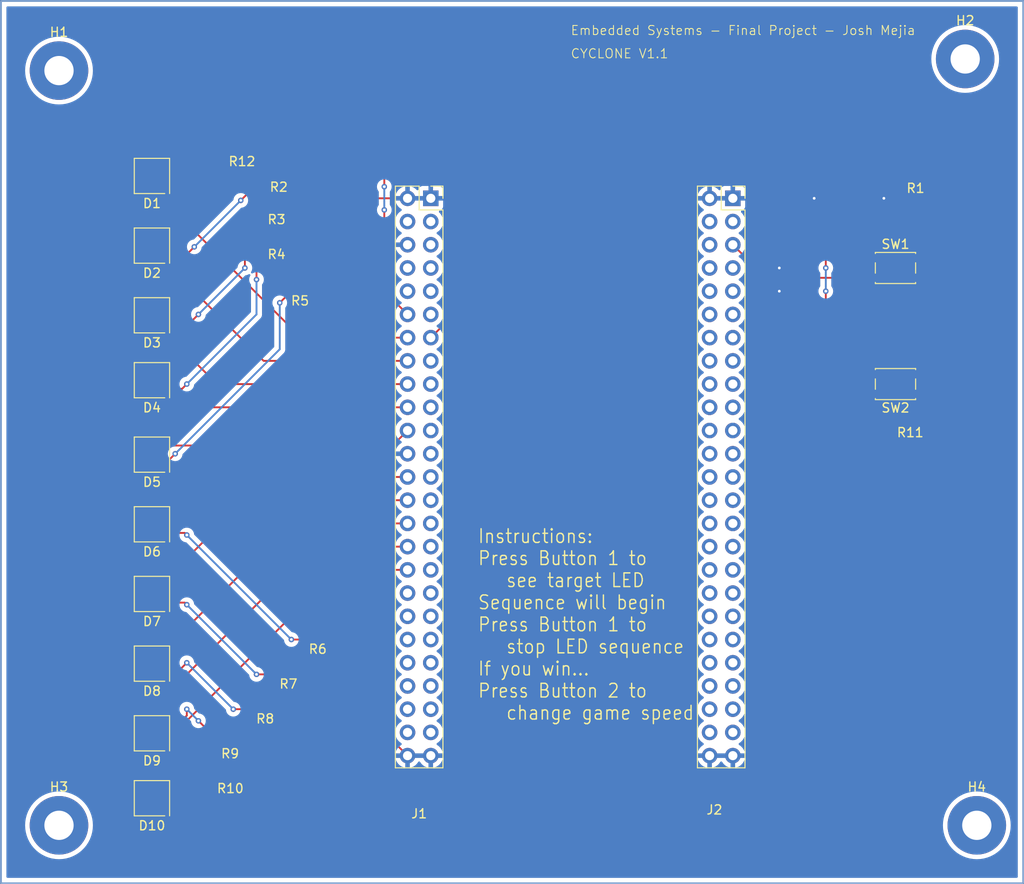
<source format=kicad_pcb>
(kicad_pcb (version 20221018) (generator pcbnew)
  (layers (0 "F.Cu" signal) (31 "B.Cu" signal) (34 "B.Paste" user) (35 "F.Paste" user) (36 "B.SilkS" user "B.Silkscreen") (37 "F.SilkS" user "F.Silkscreen") (38 "B.Mask" user) (39 "F.Mask" user) (44 "Edge.Cuts" user))
  (net 0 "")
  (net 1 "Net-(D1-K)")
  (net 2 "LD1")
  (net 3 "Net-(D2-K)")
  (net 4 "LD2")
  (net 5 "Net-(D3-K)")
  (net 6 "LD3")
  (net 7 "Net-(D4-K)")
  (net 8 "LD4")
  (net 9 "Net-(D5-K)")
  (net 10 "LD5")
  (net 11 "Net-(D6-K)")
  (net 12 "LD6")
  (net 13 "Net-(D7-K)")
  (net 14 "LD7")
  (net 15 "Net-(D8-K)")
  (net 16 "LD8")
  (net 17 "Net-(D9-K)")
  (net 18 "LD9")
  (net 19 "Net-(D10-K)")
  (net 20 "LD10")
  (net 21 "GND")
  (net 30 "B1")
  (net 31 "B2")
  (net 56 "+5V")
  (net 57 "+3V0")
  (footprint "LED_SMD:LED-L1T2_LUMILEDS" (layer "F.Cu") (at 101.6 119.9)
    (fp_text reference "D8" (at 0 2.58) (layer "F.SilkS"))
    (fp_text value "LED")
    (fp_line (start -1.93 -2.35) (end 1.93 -2.35) (stroke (width 0.12)) (layer "F.SilkS"))
    (fp_line (start -1.93 1.5) (end -1.93 -2.35) (stroke (width 0.12)) (layer "F.SilkS"))
    (fp_line (start 1.4 1.5) (end -1.93 1.5) (stroke (width 0.12)) (layer "F.SilkS"))
    (fp_line (start 1.93 -2.35) (end 1.93 1.5) (stroke (width 0.12)) (layer "F.SilkS"))
    (pad "1" smd rect (at 0.45 0.52) (size 0.55 0.38) (layers "F.Cu" "F.Paste" "F.Mask") (net 15 "Net-(D8-K)"))
    (pad "2" smd rect (at -0.45 0.52) (size 0.55 0.38) (layers "F.Cu" "F.Paste" "F.Mask") (net 16 "LD8"))
    (pad "3" smd rect (at 0 -0.52) (size 1.4 1.2) (layers "F.Cu" "F.Paste" "F.Mask"))
  )
  (footprint "Resistor_SMD:R_0201_0603Metric" (layer "F.Cu") (at 115.225 73.66 180)
    (fp_text reference "R4" (at 0 -1.05) (layer "F.SilkS"))
    (fp_text value "R_Small_US" hide)
    (pad "1" smd roundrect (at -0.32 0 180) (size 0.46 0.4) (layers "F.Cu" "F.Mask") (net 21 "GND"))
    (pad "2" smd roundrect (at 0.32 0 180) (size 0.46 0.4) (layers "F.Cu" "F.Mask") (net 7 "Net-(D4-K)"))
  )
  (footprint "LED_SMD:LED-L1T2_LUMILEDS" (layer "F.Cu") (at 101.6 134.62)
    (fp_text reference "D10" (at 0 2.58) (layer "F.SilkS"))
    (fp_text value "LED")
    (fp_line (start -1.93 -2.35) (end 1.93 -2.35) (stroke (width 0.12)) (layer "F.SilkS"))
    (fp_line (start -1.93 1.5) (end -1.93 -2.35) (stroke (width 0.12)) (layer "F.SilkS"))
    (fp_line (start 1.4 1.5) (end -1.93 1.5) (stroke (width 0.12)) (layer "F.SilkS"))
    (fp_line (start 1.93 -2.35) (end 1.93 1.5) (stroke (width 0.12)) (layer "F.SilkS"))
    (pad "1" smd rect (at 0.45 0.52) (size 0.55 0.38) (layers "F.Cu" "F.Paste" "F.Mask") (net 19 "Net-(D10-K)"))
    (pad "2" smd rect (at -0.45 0.52) (size 0.55 0.38) (layers "F.Cu" "F.Paste" "F.Mask") (net 20 "LD10"))
    (pad "3" smd rect (at 0 -0.52) (size 1.4 1.2) (layers "F.Cu" "F.Paste" "F.Mask"))
  )
  (footprint "Button_Switch_SMD:SW_SPST_PTS810" (layer "F.Cu") (at 182.88 76.2)
    (fp_text reference "SW1" (at 0 -2.6) (layer "F.SilkS"))
    (fp_text value "SW_Push_Open")
    (fp_line (start -2.2 -1.7) (end -2.2 -1.58) (stroke (width 0.12)) (layer "F.SilkS"))
    (fp_line (start -2.2 -0.57) (end -2.2 0.57) (stroke (width 0.12)) (layer "F.SilkS"))
    (fp_line (start -2.2 1.58) (end -2.2 1.7) (stroke (width 0.12)) (layer "F.SilkS"))
    (fp_line (start -2.2 1.7) (end 2.2 1.7) (stroke (width 0.12)) (layer "F.SilkS"))
    (fp_line (start 2.2 -1.7) (end -2.2 -1.7) (stroke (width 0.12)) (layer "F.SilkS"))
    (fp_line (start 2.2 -1.58) (end 2.2 -1.7) (stroke (width 0.12)) (layer "F.SilkS"))
    (fp_line (start 2.2 0.57) (end 2.2 -0.57) (stroke (width 0.12)) (layer "F.SilkS"))
    (fp_line (start 2.2 1.7) (end 2.2 1.58) (stroke (width 0.12)) (layer "F.SilkS"))
    (pad "1" smd rect (at -2.075 -1.075) (size 1.05 0.65) (layers "F.Cu" "F.Paste" "F.Mask") (net 30 "B1"))
    (pad "1" smd rect (at 2.075 -1.075) (size 1.05 0.65) (layers "F.Cu" "F.Paste" "F.Mask") (net 30 "B1"))
    (pad "2" smd rect (at -2.075 1.075) (size 1.05 0.65) (layers "F.Cu" "F.Paste" "F.Mask") (net 57 "+3V0"))
    (pad "2" smd rect (at 2.075 1.075) (size 1.05 0.65) (layers "F.Cu" "F.Paste" "F.Mask") (net 57 "+3V0"))
  )
  (footprint "Resistor_SMD:R_0201_0603Metric" (layer "F.Cu") (at 110.17 132.08 180)
    (fp_text reference "R10" (at 0 -1.05) (layer "F.SilkS"))
    (fp_text value "R_Small_US" hide)
    (pad "1" smd roundrect (at -0.32 0 180) (size 0.46 0.4) (layers "F.Cu" "F.Mask") (net 21 "GND"))
    (pad "2" smd roundrect (at 0.32 0 180) (size 0.46 0.4) (layers "F.Cu" "F.Mask") (net 19 "Net-(D10-K)"))
  )
  (footprint "MountingHole:MountingHole_3.2mm_M3_Pad" (layer "F.Cu") (at 190.5 53.34)
    (fp_text reference "H2" (at 0 -4.2) (layer "F.SilkS"))
    (fp_text value "MountingHole")
    (pad "1" thru_hole circle (at 0 0) (size 6.4 6.4) (drill 3.2) (layers "*.Cu" "*.Mask"))
  )
  (footprint "Resistor_SMD:R_0201_0603Metric" (layer "F.Cu") (at 184.495 95.25)
    (fp_text reference "R11" (at 0 -1.05) (layer "F.SilkS"))
    (fp_text value "R_Small_US" hide)
    (pad "1" smd roundrect (at -0.32 0) (size 0.46 0.4) (layers "F.Cu" "F.Mask") (net 21 "GND"))
    (pad "2" smd roundrect (at 0.32 0) (size 0.46 0.4) (layers "F.Cu" "F.Mask") (net 31 "B2"))
  )
  (footprint "Resistor_SMD:R_0201_0603Metric" (layer "F.Cu") (at 113.98 124.46 180)
    (fp_text reference "R8" (at 0 -1.05) (layer "F.SilkS"))
    (fp_text value "R_Small_US" hide)
    (pad "1" smd roundrect (at -0.32 0 180) (size 0.46 0.4) (layers "F.Cu" "F.Mask") (net 21 "GND"))
    (pad "2" smd roundrect (at 0.32 0 180) (size 0.46 0.4) (layers "F.Cu" "F.Mask") (net 15 "Net-(D8-K)"))
  )
  (footprint "LED_SMD:LED-L1T2_LUMILEDS" (layer "F.Cu") (at 101.6 112.28)
    (fp_text reference "D7" (at 0 2.58) (layer "F.SilkS"))
    (fp_text value "LED")
    (fp_line (start -1.93 -2.35) (end 1.93 -2.35) (stroke (width 0.12)) (layer "F.SilkS"))
    (fp_line (start -1.93 1.5) (end -1.93 -2.35) (stroke (width 0.12)) (layer "F.SilkS"))
    (fp_line (start 1.4 1.5) (end -1.93 1.5) (stroke (width 0.12)) (layer "F.SilkS"))
    (fp_line (start 1.93 -2.35) (end 1.93 1.5) (stroke (width 0.12)) (layer "F.SilkS"))
    (pad "1" smd rect (at 0.45 0.52) (size 0.55 0.38) (layers "F.Cu" "F.Paste" "F.Mask") (net 13 "Net-(D7-K)"))
    (pad "2" smd rect (at -0.45 0.52) (size 0.55 0.38) (layers "F.Cu" "F.Paste" "F.Mask") (net 14 "LD7"))
    (pad "3" smd rect (at 0 -0.52) (size 1.4 1.2) (layers "F.Cu" "F.Paste" "F.Mask"))
  )
  (footprint "Resistor_SMD:R_0201_0603Metric" (layer "F.Cu") (at 119.725 116.84 180)
    (fp_text reference "R6" (at 0 -1.05) (layer "F.SilkS"))
    (fp_text value "R_Small_US" hide)
    (pad "1" smd roundrect (at -0.32 0 180) (size 0.46 0.4) (layers "F.Cu" "F.Mask") (net 21 "GND"))
    (pad "2" smd roundrect (at 0.32 0 180) (size 0.46 0.4) (layers "F.Cu" "F.Mask") (net 11 "Net-(D6-K)"))
  )
  (footprint "Resistor_SMD:R_0201_0603Metric" (layer "F.Cu") (at 111.44 63.5 180)
    (fp_text reference "R12" (at 0 -1.05) (layer "F.SilkS"))
    (fp_text value "R_Small_US" hide)
    (pad "1" smd roundrect (at -0.32 0 180) (size 0.46 0.4) (layers "F.Cu" "F.Mask") (net 21 "GND"))
    (pad "2" smd roundrect (at 0.32 0 180) (size 0.46 0.4) (layers "F.Cu" "F.Mask") (net 1 "Net-(D1-K)"))
  )
  (footprint "Connector_PinSocket_2.54mm:PinSocket_2x25_P2.54mm_Vertical" (layer "F.Cu") (at 132.08 68.58)
    (fp_text reference "J1" (at -1.27 67.31) (layer "F.SilkS"))
    (fp_text value "Discovery Board Conn 1")
    (fp_line (start -3.87 -1.33) (end -3.87 62.29) (stroke (width 0.12)) (layer "F.SilkS"))
    (fp_line (start -3.87 -1.33) (end -1.27 -1.33) (stroke (width 0.12)) (layer "F.SilkS"))
    (fp_line (start -3.87 62.29) (end 1.33 62.29) (stroke (width 0.12)) (layer "F.SilkS"))
    (fp_line (start -1.27 -1.33) (end -1.27 1.27) (stroke (width 0.12)) (layer "F.SilkS"))
    (fp_line (start -1.27 1.27) (end 1.33 1.27) (stroke (width 0.12)) (layer "F.SilkS"))
    (fp_line (start 0 -1.33) (end 1.33 -1.33) (stroke (width 0.12)) (layer "F.SilkS"))
    (fp_line (start 1.33 -1.33) (end 1.33 0) (stroke (width 0.12)) (layer "F.SilkS"))
    (fp_line (start 1.33 1.27) (end 1.33 62.29) (stroke (width 0.12)) (layer "F.SilkS"))
    (pad "1" thru_hole rect (at 0 0) (size 1.7 1.7) (drill 1) (layers "*.Cu" "*.Mask") (net 21 "GND"))
    (pad "2" thru_hole oval (at -2.54 0) (size 1.7 1.7) (drill 1) (layers "*.Cu" "*.Mask") (net 21 "GND"))
    (pad "3" thru_hole oval (at 0 2.54) (size 1.7 1.7) (drill 1) (layers "*.Cu" "*.Mask"))
    (pad "4" thru_hole oval (at -2.54 2.54) (size 1.7 1.7) (drill 1) (layers "*.Cu" "*.Mask"))
    (pad "5" thru_hole oval (at 0 5.08) (size 1.7 1.7) (drill 1) (layers "*.Cu" "*.Mask"))
    (pad "6" thru_hole oval (at -2.54 5.08) (size 1.7 1.7) (drill 1) (layers "*.Cu" "*.Mask") (net 21 "GND"))
    (pad "7" thru_hole oval (at 0 7.62) (size 1.7 1.7) (drill 1) (layers "*.Cu" "*.Mask"))
    (pad "8" thru_hole oval (at -2.54 7.62) (size 1.7 1.7) (drill 1) (layers "*.Cu" "*.Mask"))
    (pad "9" thru_hole oval (at 0 10.16) (size 1.7 1.7) (drill 1) (layers "*.Cu" "*.Mask"))
    (pad "10" thru_hole oval (at -2.54 10.16) (size 1.7 1.7) (drill 1) (layers "*.Cu" "*.Mask"))
    (pad "11" thru_hole oval (at 0 12.7) (size 1.7 1.7) (drill 1) (layers "*.Cu" "*.Mask"))
    (pad "12" thru_hole oval (at -2.54 12.7) (size 1.7 1.7) (drill 1) (layers "*.Cu" "*.Mask") (net 30 "B1"))
    (pad "13" thru_hole oval (at 0 15.24) (size 1.7 1.7) (drill 1) (layers "*.Cu" "*.Mask") (net 31 "B2"))
    (pad "14" thru_hole oval (at -2.54 15.24) (size 1.7 1.7) (drill 1) (layers "*.Cu" "*.Mask") (net 2 "LD1"))
    (pad "15" thru_hole oval (at 0 17.78) (size 1.7 1.7) (drill 1) (layers "*.Cu" "*.Mask"))
    (pad "16" thru_hole oval (at -2.54 17.78) (size 1.7 1.7) (drill 1) (layers "*.Cu" "*.Mask") (net 4 "LD2"))
    (pad "17" thru_hole oval (at 0 20.32) (size 1.7 1.7) (drill 1) (layers "*.Cu" "*.Mask"))
    (pad "18" thru_hole oval (at -2.54 20.32) (size 1.7 1.7) (drill 1) (layers "*.Cu" "*.Mask") (net 6 "LD3"))
    (pad "19" thru_hole oval (at 0 22.86) (size 1.7 1.7) (drill 1) (layers "*.Cu" "*.Mask"))
    (pad "20" thru_hole oval (at -2.54 22.86) (size 1.7 1.7) (drill 1) (layers "*.Cu" "*.Mask") (net 8 "LD4"))
    (pad "21" thru_hole oval (at 0 25.4) (size 1.7 1.7) (drill 1) (layers "*.Cu" "*.Mask"))
    (pad "22" thru_hole oval (at -2.54 25.4) (size 1.7 1.7) (drill 1) (layers "*.Cu" "*.Mask") (net 10 "LD5"))
    (pad "23" thru_hole oval (at 0 27.94) (size 1.7 1.7) (drill 1) (layers "*.Cu" "*.Mask"))
    (pad "24" thru_hole oval (at -2.54 27.94) (size 1.7 1.7) (drill 1) (layers "*.Cu" "*.Mask") (net 21 "GND"))
    (pad "25" thru_hole oval (at 0 30.48) (size 1.7 1.7) (drill 1) (layers "*.Cu" "*.Mask"))
    (pad "26" thru_hole oval (at -2.54 30.48) (size 1.7 1.7) (drill 1) (layers "*.Cu" "*.Mask") (net 12 "LD6"))
    (pad "27" thru_hole oval (at 0 33.02) (size 1.7 1.7) (drill 1) (layers "*.Cu" "*.Mask"))
    (pad "28" thru_hole oval (at -2.54 33.02) (size 1.7 1.7) (drill 1) (layers "*.Cu" "*.Mask") (net 14 "LD7"))
    (pad "29" thru_hole oval (at 0 35.56) (size 1.7 1.7) (drill 1) (layers "*.Cu" "*.Mask"))
    (pad "30" thru_hole oval (at -2.54 35.56) (size 1.7 1.7) (drill 1) (layers "*.Cu" "*.Mask") (net 16 "LD8"))
    (pad "31" thru_hole oval (at 0 38.1) (size 1.7 1.7) (drill 1) (layers "*.Cu" "*.Mask"))
    (pad "32" thru_hole oval (at -2.54 38.1) (size 1.7 1.7) (drill 1) (layers "*.Cu" "*.Mask") (net 18 "LD9"))
    (pad "33" thru_hole oval (at 0 40.64) (size 1.7 1.7) (drill 1) (layers "*.Cu" "*.Mask"))
    (pad "34" thru_hole oval (at -2.54 40.64) (size 1.7 1.7) (drill 1) (layers "*.Cu" "*.Mask") (net 20 "LD10"))
    (pad "35" thru_hole oval (at 0 43.18) (size 1.7 1.7) (drill 1) (layers "*.Cu" "*.Mask"))
    (pad "36" thru_hole oval (at -2.54 43.18) (size 1.7 1.7) (drill 1) (layers "*.Cu" "*.Mask"))
    (pad "37" thru_hole oval (at 0 45.72) (size 1.7 1.7) (drill 1) (layers "*.Cu" "*.Mask"))
    (pad "38" thru_hole oval (at -2.54 45.72) (size 1.7 1.7) (drill 1) (layers "*.Cu" "*.Mask"))
    (pad "39" thru_hole oval (at 0 48.26) (size 1.7 1.7) (drill 1) (layers "*.Cu" "*.Mask"))
    (pad "40" thru_hole oval (at -2.54 48.26) (size 1.7 1.7) (drill 1) (layers "*.Cu" "*.Mask"))
    (pad "41" thru_hole oval (at 0 50.8) (size 1.7 1.7) (drill 1) (layers "*.Cu" "*.Mask"))
    (pad "42" thru_hole oval (at -2.54 50.8) (size 1.7 1.7) (drill 1) (layers "*.Cu" "*.Mask"))
    (pad "43" thru_hole oval (at 0 53.34) (size 1.7 1.7) (drill 1) (layers "*.Cu" "*.Mask"))
    (pad "44" thru_hole oval (at -2.54 53.34) (size 1.7 1.7) (drill 1) (layers "*.Cu" "*.Mask"))
    (pad "45" thru_hole oval (at 0 55.88) (size 1.7 1.7) (drill 1) (layers "*.Cu" "*.Mask"))
    (pad "46" thru_hole oval (at -2.54 55.88) (size 1.7 1.7) (drill 1) (layers "*.Cu" "*.Mask"))
    (pad "47" thru_hole oval (at 0 58.42) (size 1.7 1.7) (drill 1) (layers "*.Cu" "*.Mask"))
    (pad "48" thru_hole oval (at -2.54 58.42) (size 1.7 1.7) (drill 1) (layers "*.Cu" "*.Mask"))
    (pad "49" thru_hole oval (at 0 60.96) (size 1.7 1.7) (drill 1) (layers "*.Cu" "*.Mask") (net 21 "GND"))
    (pad "50" thru_hole oval (at -2.54 60.96) (size 1.7 1.7) (drill 1) (layers "*.Cu" "*.Mask") (net 21 "GND"))
  )
  (footprint "Resistor_SMD:R_0201_0603Metric" (layer "F.Cu") (at 115.465 66.302765 180)
    (fp_text reference "R2" (at 0 -1.05) (layer "F.SilkS"))
    (fp_text value "R_Small_US" hide)
    (pad "1" smd roundrect (at -0.32 0 180) (size 0.46 0.4) (layers "F.Cu" "F.Mask") (net 21 "GND"))
    (pad "2" smd roundrect (at 0.32 0 180) (size 0.46 0.4) (layers "F.Cu" "F.Mask") (net 3 "Net-(D2-K)"))
  )
  (footprint "Button_Switch_SMD:SW_SPST_PTS810" (layer "F.Cu") (at 182.88 88.9 180)
    (fp_text reference "SW2" (at 0 -2.6) (layer "F.SilkS"))
    (fp_text value "SW_Push_Open")
    (fp_line (start -2.2 -1.7) (end -2.2 -1.58) (stroke (width 0.12)) (layer "F.SilkS"))
    (fp_line (start -2.2 -0.57) (end -2.2 0.57) (stroke (width 0.12)) (layer "F.SilkS"))
    (fp_line (start -2.2 1.58) (end -2.2 1.7) (stroke (width 0.12)) (layer "F.SilkS"))
    (fp_line (start -2.2 1.7) (end 2.2 1.7) (stroke (width 0.12)) (layer "F.SilkS"))
    (fp_line (start 2.2 -1.7) (end -2.2 -1.7) (stroke (width 0.12)) (layer "F.SilkS"))
    (fp_line (start 2.2 -1.58) (end 2.2 -1.7) (stroke (width 0.12)) (layer "F.SilkS"))
    (fp_line (start 2.2 0.57) (end 2.2 -0.57) (stroke (width 0.12)) (layer "F.SilkS"))
    (fp_line (start 2.2 1.7) (end 2.2 1.58) (stroke (width 0.12)) (layer "F.SilkS"))
    (pad "1" smd rect (at -2.075 -1.075 180) (size 1.05 0.65) (layers "F.Cu" "F.Paste" "F.Mask") (net 31 "B2"))
    (pad "1" smd rect (at 2.075 -1.075 180) (size 1.05 0.65) (layers "F.Cu" "F.Paste" "F.Mask") (net 31 "B2"))
    (pad "2" smd rect (at -2.075 1.075 180) (size 1.05 0.65) (layers "F.Cu" "F.Paste" "F.Mask") (net 57 "+3V0"))
    (pad "2" smd rect (at 2.075 1.075 180) (size 1.05 0.65) (layers "F.Cu" "F.Paste" "F.Mask") (net 57 "+3V0"))
  )
  (footprint "MountingHole:MountingHole_3.2mm_M3_Pad" (layer "F.Cu") (at 191.77 137.16)
    (fp_text reference "H4" (at 0 -4.2) (layer "F.SilkS"))
    (fp_text value "MountingHole")
    (pad "1" thru_hole circle (at 0 0) (size 6.4 6.4) (drill 3.2) (layers "*.Cu" "*.Mask"))
  )
  (footprint "LED_SMD:LED-L1T2_LUMILEDS" (layer "F.Cu") (at 101.6 74.18)
    (fp_text reference "D2" (at 0 2.58) (layer "F.SilkS"))
    (fp_text value "LED")
    (fp_line (start -1.93 -2.35) (end 1.93 -2.35) (stroke (width 0.12)) (layer "F.SilkS"))
    (fp_line (start -1.93 1.5) (end -1.93 -2.35) (stroke (width 0.12)) (layer "F.SilkS"))
    (fp_line (start 1.4 1.5) (end -1.93 1.5) (stroke (width 0.12)) (layer "F.SilkS"))
    (fp_line (start 1.93 -2.35) (end 1.93 1.5) (stroke (width 0.12)) (layer "F.SilkS"))
    (pad "1" smd rect (at 0.45 0.52) (size 0.55 0.38) (layers "F.Cu" "F.Paste" "F.Mask") (net 3 "Net-(D2-K)"))
    (pad "2" smd rect (at -0.45 0.52) (size 0.55 0.38) (layers "F.Cu" "F.Paste" "F.Mask") (net 4 "LD2"))
    (pad "3" smd rect (at 0 -0.52) (size 1.4 1.2) (layers "F.Cu" "F.Paste" "F.Mask"))
  )
  (footprint "Resistor_SMD:R_0201_0603Metric" (layer "F.Cu") (at 185.075 68.58)
    (fp_text reference "R1" (at 0 -1.1) (layer "F.SilkS"))
    (fp_text value "R_Small_US" hide)
    (pad "1" smd roundrect (at -0.32 0) (size 0.46 0.4) (layers "F.Cu" "F.Mask") (net 21 "GND"))
    (pad "2" smd roundrect (at 0.32 0) (size 0.46 0.4) (layers "F.Cu" "F.Mask") (net 30 "B1"))
  )
  (footprint "Resistor_SMD:R_0201_0603Metric" (layer "F.Cu") (at 115.225 69.85 180)
    (fp_text reference "R3" (at 0 -1.05) (layer "F.SilkS"))
    (fp_text value "R_Small_US" hide)
    (pad "1" smd roundrect (at -0.32 0 180) (size 0.46 0.4) (layers "F.Cu" "F.Mask") (net 21 "GND"))
    (pad "2" smd roundrect (at 0.32 0 180) (size 0.46 0.4) (layers "F.Cu" "F.Mask") (net 5 "Net-(D3-K)"))
  )
  (footprint "LED_SMD:LED-L1T2_LUMILEDS" (layer "F.Cu") (at 101.6 66.56)
    (fp_text reference "D1" (at 0 2.58) (layer "F.SilkS"))
    (fp_text value "LED")
    (fp_line (start -1.93 -2.35) (end 1.93 -2.35) (stroke (width 0.12)) (layer "F.SilkS"))
    (fp_line (start -1.93 1.5) (end -1.93 -2.35) (stroke (width 0.12)) (layer "F.SilkS"))
    (fp_line (start 1.4 1.5) (end -1.93 1.5) (stroke (width 0.12)) (layer "F.SilkS"))
    (fp_line (start 1.93 -2.35) (end 1.93 1.5) (stroke (width 0.12)) (layer "F.SilkS"))
    (pad "1" smd rect (at 0.45 0.52) (size 0.55 0.38) (layers "F.Cu" "F.Paste" "F.Mask") (net 1 "Net-(D1-K)"))
    (pad "2" smd rect (at -0.45 0.52) (size 0.55 0.38) (layers "F.Cu" "F.Paste" "F.Mask") (net 2 "LD1"))
    (pad "3" smd rect (at 0 -0.52) (size 1.4 1.2) (layers "F.Cu" "F.Paste" "F.Mask"))
  )
  (footprint "MountingHole:MountingHole_3.2mm_M3_Pad" (layer "F.Cu") (at 91.44 54.61)
    (fp_text reference "H1" (at 0 -4.2) (layer "F.SilkS"))
    (fp_text value "MountingHole")
    (pad "1" thru_hole circle (at 0 0) (size 6.4 6.4) (drill 3.2) (layers "*.Cu" "*.Mask"))
  )
  (footprint "LED_SMD:LED-L1T2_LUMILEDS" (layer "F.Cu") (at 101.6 127.52)
    (fp_text reference "D9" (at 0 2.58) (layer "F.SilkS"))
    (fp_text value "LED")
    (fp_line (start -1.93 -2.35) (end 1.93 -2.35) (stroke (width 0.12)) (layer "F.SilkS"))
    (fp_line (start -1.93 1.5) (end -1.93 -2.35) (stroke (width 0.12)) (layer "F.SilkS"))
    (fp_line (start 1.4 1.5) (end -1.93 1.5) (stroke (width 0.12)) (layer "F.SilkS"))
    (fp_line (start 1.93 -2.35) (end 1.93 1.5) (stroke (width 0.12)) (layer "F.SilkS"))
    (pad "1" smd rect (at 0.45 0.52) (size 0.55 0.38) (layers "F.Cu" "F.Paste" "F.Mask") (net 17 "Net-(D9-K)"))
    (pad "2" smd rect (at -0.45 0.52) (size 0.55 0.38) (layers "F.Cu" "F.Paste" "F.Mask") (net 18 "LD9"))
    (pad "3" smd rect (at 0 -0.52) (size 1.4 1.2) (layers "F.Cu" "F.Paste" "F.Mask"))
  )
  (footprint "LED_SMD:LED-L1T2_LUMILEDS" (layer "F.Cu") (at 101.6 104.66)
    (fp_text reference "D6" (at 0 2.58) (layer "F.SilkS"))
    (fp_text value "LED")
    (fp_line (start -1.93 -2.35) (end 1.93 -2.35) (stroke (width 0.12)) (layer "F.SilkS"))
    (fp_line (start -1.93 1.5) (end -1.93 -2.35) (stroke (width 0.12)) (layer "F.SilkS"))
    (fp_line (start 1.4 1.5) (end -1.93 1.5) (stroke (width 0.12)) (layer "F.SilkS"))
    (fp_line (start 1.93 -2.35) (end 1.93 1.5) (stroke (width 0.12)) (layer "F.SilkS"))
    (pad "1" smd rect (at 0.45 0.52) (size 0.55 0.38) (layers "F.Cu" "F.Paste" "F.Mask") (net 11 "Net-(D6-K)"))
    (pad "2" smd rect (at -0.45 0.52) (size 0.55 0.38) (layers "F.Cu" "F.Paste" "F.Mask") (net 12 "LD6"))
    (pad "3" smd rect (at 0 -0.52) (size 1.4 1.2) (layers "F.Cu" "F.Paste" "F.Mask"))
  )
  (footprint "Connector_PinSocket_2.54mm:PinSocket_2x25_P2.54mm_Vertical" (layer "F.Cu") (at 165.1 68.58)
    (fp_text reference "J2" (at -2.012225 66.884765) (layer "F.SilkS"))
    (fp_text value "Discovery Board Conn 2")
    (fp_line (start -3.87 -1.33) (end -3.87 62.29) (stroke (width 0.12)) (layer "F.SilkS"))
    (fp_line (start -3.87 -1.33) (end -1.27 -1.33) (stroke (width 0.12)) (layer "F.SilkS"))
    (fp_line (start -3.87 62.29) (end 1.33 62.29) (stroke (width 0.12)) (layer "F.SilkS"))
    (fp_line (start -1.27 -1.33) (end -1.27 1.27) (stroke (width 0.12)) (layer "F.SilkS"))
    (fp_line (start -1.27 1.27) (end 1.33 1.27) (stroke (width 0.12)) (layer "F.SilkS"))
    (fp_line (start 0 -1.33) (end 1.33 -1.33) (stroke (width 0.12)) (layer "F.SilkS"))
    (fp_line (start 1.33 -1.33) (end 1.33 0) (stroke (width 0.12)) (layer "F.SilkS"))
    (fp_line (start 1.33 1.27) (end 1.33 62.29) (stroke (width 0.12)) (layer "F.SilkS"))
    (pad "1" thru_hole rect (at 0 0) (size 1.7 1.7) (drill 1) (layers "*.Cu" "*.Mask") (net 21 "GND"))
    (pad "2" thru_hole oval (at -2.54 0) (size 1.7 1.7) (drill 1) (layers "*.Cu" "*.Mask") (net 21 "GND"))
    (pad "3" thru_hole oval (at 0 2.54) (size 1.7 1.7) (drill 1) (layers "*.Cu" "*.Mask") (net 56 "+5V"))
    (pad "4" thru_hole oval (at -2.54 2.54) (size 1.7 1.7) (drill 1) (layers "*.Cu" "*.Mask") (net 56 "+5V"))
    (pad "5" thru_hole oval (at 0 5.08) (size 1.7 1.7) (drill 1) (layers "*.Cu" "*.Mask") (net 57 "+3V0"))
    (pad "6" thru_hole oval (at -2.54 5.08) (size 1.7 1.7) (drill 1) (layers "*.Cu" "*.Mask") (net 57 "+3V0"))
    (pad "7" thru_hole oval (at 0 7.62) (size 1.7 1.7) (drill 1) (layers "*.Cu" "*.Mask"))
    (pad "8" thru_hole oval (at -2.54 7.62) (size 1.7 1.7) (drill 1) (layers "*.Cu" "*.Mask"))
    (pad "9" thru_hole oval (at 0 10.16) (size 1.7 1.7) (drill 1) (layers "*.Cu" "*.Mask"))
    (pad "10" thru_hole oval (at -2.54 10.16) (size 1.7 1.7) (drill 1) (layers "*.Cu" "*.Mask"))
    (pad "11" thru_hole oval (at 0 12.7) (size 1.7 1.7) (drill 1) (layers "*.Cu" "*.Mask"))
    (pad "12" thru_hole oval (at -2.54 12.7) (size 1.7 1.7) (drill 1) (layers "*.Cu" "*.Mask"))
    (pad "13" thru_hole oval (at 0 15.24) (size 1.7 1.7) (drill 1) (layers "*.Cu" "*.Mask"))
    (pad "14" thru_hole oval (at -2.54 15.24) (size 1.7 1.7) (drill 1) (layers "*.Cu" "*.Mask"))
    (pad "15" thru_hole oval (at 0 17.78) (size 1.7 1.7) (drill 1) (layers "*.Cu" "*.Mask"))
    (pad "16" thru_hole oval (at -2.54 17.78) (size 1.7 1.7) (drill 1) (layers "*.Cu" "*.Mask"))
    (pad "17" thru_hole oval (at 0 20.32) (size 1.7 1.7) (drill 1) (layers "*.Cu" "*.Mask"))
    (pad "18" thru_hole oval (at -2.54 20.32) (size 1.7 1.7) (drill 1) (layers "*.Cu" "*.Mask"))
    (pad "19" thru_hole oval (at 0 22.86) (size 1.7 1.7) (drill 1) (layers "*.Cu" "*.Mask"))
    (pad "20" thru_hole oval (at -2.54 22.86) (size 1.7 1.7) (drill 1) (layers "*.Cu" "*.Mask"))
    (pad "21" thru_hole oval (at 0 25.4) (size 1.7 1.7) (drill 1) (layers "*.Cu" "*.Mask"))
    (pad "22" thru_hole oval (at -2.54 25.4) (size 1.7 1.7) (drill 1) (layers "*.Cu" "*.Mask"))
    (pad "23" thru_hole oval (at 0 27.94) (size 1.7 1.7) (drill 1) (layers "*.Cu" "*.Mask"))
    (pad "24" thru_hole oval (at -2.54 27.94) (size 1.7 1.7) (drill 1) (layers "*.Cu" "*.Mask"))
    (pad "25" thru_hole oval (at 0 30.48) (size 1.7 1.7) (drill 1) (layers "*.Cu" "*.Mask"))
    (pad "26" thru_hole oval (at -2.54 30.48) (size 1.7 1.7) (drill 1) (layers "*.Cu" "*.Mask"))
    (pad "27" thru_hole oval (at 0 33.02) (size 1.7 1.7) (drill 1) (layers "*.Cu" "*.Mask"))
    (pad "28" thru_hole oval (at -2.54 33.02) (size 1.7 1.7) (drill 1) (layers "*.Cu" "*.Mask"))
    (pad "29" thru_hole oval (at 0 35.56) (size 1.7 1.7) (drill 1) (layers "*.Cu" "*.Mask"))
    (pad "30" thru_hole oval (at -2.54 35.56) (size 1.7 1.7) (drill 1) (layers "*.Cu" "*.Mask"))
    (pad "31" thru_hole oval (at 0 38.1) (size 1.7 1.7) (drill 1) (layers "*.Cu" "*.Mask"))
    (pad "32" thru_hole oval (at -2.54 38.1) (size 1.7 1.7) (drill 1) (layers "*.Cu" "*.Mask"))
    (pad "33" thru_hole oval (at 0 40.64) (size 1.7 1.7) (drill 1) (layers "*.Cu" "*.Mask"))
    (pad "34" thru_hole oval (at -2.54 40.64) (size 1.7 1.7) (drill 1) (layers "*.Cu" "*.Mask"))
    (pad "35" thru_hole oval (at 0 43.18) (size 1.7 1.7) (drill 1) (layers "*.Cu" "*.Mask"))
    (pad "36" thru_hole oval (at -2.54 43.18) (size 1.7 1.7) (drill 1) (layers "*.Cu" "*.Mask"))
    (pad "37" thru_hole oval (at 0 45.72) (size 1.7 1.7) (drill 1) (layers "*.Cu" "*.Mask"))
    (pad "38" thru_hole oval (at -2.54 45.72) (size 1.7 1.7) (drill 1) (layers "*.Cu" "*.Mask"))
    (pad "39" thru_hole oval (at 0 48.26) (size 1.7 1.7) (drill 1) (layers "*.Cu" "*.Mask"))
    (pad "40" thru_hole oval (at -2.54 48.26) (size 1.7 1.7) (drill 1) (layers "*.Cu" "*.Mask"))
    (pad "41" thru_hole oval (at 0 50.8) (size 1.7 1.7) (drill 1) (layers "*.Cu" "*.Mask"))
    (pad "42" thru_hole oval (at -2.54 50.8) (size 1.7 1.7) (drill 1) (layers "*.Cu" "*.Mask"))
    (pad "43" thru_hole oval (at 0 53.34) (size 1.7 1.7) (drill 1) (layers "*.Cu" "*.Mask"))
    (pad "44" thru_hole oval (at -2.54 53.34) (size 1.7 1.7) (drill 1) (layers "*.Cu" "*.Mask"))
    (pad "45" thru_hole oval (at 0 55.88) (size 1.7 1.7) (drill 1) (layers "*.Cu" "*.Mask"))
    (pad "46" thru_hole oval (at -2.54 55.88) (size 1.7 1.7) (drill 1) (layers "*.Cu" "*.Mask"))
    (pad "47" thru_hole oval (at 0 58.42) (size 1.7 1.7) (drill 1) (layers "*.Cu" "*.Mask"))
    (pad "48" thru_hole oval (at -2.54 58.42) (size 1.7 1.7) (drill 1) (layers "*.Cu" "*.Mask"))
    (pad "49" thru_hole oval (at 0 60.96) (size 1.7 1.7) (drill 1) (layers "*.Cu" "*.Mask") (net 21 "GND"))
    (pad "50" thru_hole oval (at -2.54 60.96) (size 1.7 1.7) (drill 1) (layers "*.Cu" "*.Mask") (net 21 "GND"))
  )
  (footprint "LED_SMD:LED-L1T2_LUMILEDS" (layer "F.Cu") (at 101.6 81.8)
    (fp_text reference "D3" (at 0 2.58) (layer "F.SilkS"))
    (fp_text value "LED")
    (fp_line (start -1.93 -2.35) (end 1.93 -2.35) (stroke (width 0.12)) (layer "F.SilkS"))
    (fp_line (start -1.93 1.5) (end -1.93 -2.35) (stroke (width 0.12)) (layer "F.SilkS"))
    (fp_line (start 1.4 1.5) (end -1.93 1.5) (stroke (width 0.12)) (layer "F.SilkS"))
    (fp_line (start 1.93 -2.35) (end 1.93 1.5) (stroke (width 0.12)) (layer "F.SilkS"))
    (pad "1" smd rect (at 0.45 0.52) (size 0.55 0.38) (layers "F.Cu" "F.Paste" "F.Mask") (net 5 "Net-(D3-K)"))
    (pad "2" smd rect (at -0.45 0.52) (size 0.55 0.38) (layers "F.Cu" "F.Paste" "F.Mask") (net 6 "LD3"))
    (pad "3" smd rect (at 0 -0.52) (size 1.4 1.2) (layers "F.Cu" "F.Paste" "F.Mask"))
  )
  (footprint "Resistor_SMD:R_0201_0603Metric" (layer "F.Cu") (at 116.52 120.65 180)
    (fp_text reference "R7" (at 0 -1.05) (layer "F.SilkS"))
    (fp_text value "R_Small_US" hide)
    (pad "1" smd roundrect (at -0.32 0 180) (size 0.46 0.4) (layers "F.Cu" "F.Mask") (net 21 "GND"))
    (pad "2" smd roundrect (at 0.32 0 180) (size 0.46 0.4) (layers "F.Cu" "F.Mask") (net 13 "Net-(D7-K)"))
  )
  (footprint "LED_SMD:LED-L1T2_LUMILEDS" (layer "F.Cu") (at 101.6 88.9)
    (fp_text reference "D4" (at 0 2.58) (layer "F.SilkS"))
    (fp_text value "LED")
    (fp_line (start -1.93 -2.35) (end 1.93 -2.35) (stroke (width 0.12)) (layer "F.SilkS"))
    (fp_line (start -1.93 1.5) (end -1.93 -2.35) (stroke (width 0.12)) (layer "F.SilkS"))
    (fp_line (start 1.4 1.5) (end -1.93 1.5) (stroke (width 0.12)) (layer "F.SilkS"))
    (fp_line (start 1.93 -2.35) (end 1.93 1.5) (stroke (width 0.12)) (layer "F.SilkS"))
    (pad "1" smd rect (at 0.45 0.52) (size 0.55 0.38) (layers "F.Cu" "F.Paste" "F.Mask") (net 7 "Net-(D4-K)"))
    (pad "2" smd rect (at -0.45 0.52) (size 0.55 0.38) (layers "F.Cu" "F.Paste" "F.Mask") (net 8 "LD4"))
    (pad "3" smd rect (at 0 -0.52) (size 1.4 1.2) (layers "F.Cu" "F.Paste" "F.Mask"))
  )
  (footprint "MountingHole:MountingHole_3.2mm_M3_Pad" (layer "F.Cu") (at 91.44 137.16)
    (fp_text reference "H3" (at 0 -4.2) (layer "F.SilkS"))
    (fp_text value "MountingHole")
    (pad "1" thru_hole circle (at 0 0) (size 6.4 6.4) (drill 3.2) (layers "*.Cu" "*.Mask"))
  )
  (footprint "LED_SMD:LED-L1T2_LUMILEDS" (layer "F.Cu") (at 101.6 97.04)
    (fp_text reference "D5" (at 0 2.58) (layer "F.SilkS"))
    (fp_text value "LED")
    (fp_line (start -1.93 -2.35) (end 1.93 -2.35) (stroke (width 0.12)) (layer "F.SilkS"))
    (fp_line (start -1.93 1.5) (end -1.93 -2.35) (stroke (width 0.12)) (layer "F.SilkS"))
    (fp_line (start 1.4 1.5) (end -1.93 1.5) (stroke (width 0.12)) (layer "F.SilkS"))
    (fp_line (start 1.93 -2.35) (end 1.93 1.5) (stroke (width 0.12)) (layer "F.SilkS"))
    (pad "1" smd rect (at 0.45 0.52) (size 0.55 0.38) (layers "F.Cu" "F.Paste" "F.Mask") (net 9 "Net-(D5-K)"))
    (pad "2" smd rect (at -0.45 0.52) (size 0.55 0.38) (layers "F.Cu" "F.Paste" "F.Mask") (net 10 "LD5"))
    (pad "3" smd rect (at 0 -0.52) (size 1.4 1.2) (layers "F.Cu" "F.Paste" "F.Mask"))
  )
  (footprint "Resistor_SMD:R_0201_0603Metric" (layer "F.Cu") (at 110.145 128.27 180)
    (fp_text reference "R9" (at 0 -1.05) (layer "F.SilkS"))
    (fp_text value "R_Small_US" hide)
    (pad "1" smd roundrect (at -0.32 0 180) (size 0.46 0.4) (layers "F.Cu" "F.Mask") (net 21 "GND"))
    (pad "2" smd roundrect (at 0.32 0 180) (size 0.46 0.4) (layers "F.Cu" "F.Mask") (net 17 "Net-(D9-K)"))
  )
  (footprint "Resistor_SMD:R_0201_0603Metric" (layer "F.Cu") (at 117.79 78.74 180)
    (fp_text reference "R5" (at 0 -1.05) (layer "F.SilkS"))
    (fp_text value "R_Small_US" hide)
    (pad "1" smd roundrect (at -0.32 0 180) (size 0.46 0.4) (layers "F.Cu" "F.Mask") (net 21 "GND"))
    (pad "2" smd roundrect (at 0.32 0 180) (size 0.46 0.4) (layers "F.Cu" "F.Mask") (net 9 "Net-(D5-K)"))
  )
  (gr_rect (start 85.09 46.99) (end 196.85 143.51) (stroke (width 0.2)) (fill none) (layer "B.Cu"))
  (gr_line (start 85.09 46.99) (end 196.85 46.99) (stroke (width 0.05)) (layer "Edge.Cuts"))
  (gr_line (start 196.85 143.51) (end 85.09 143.51) (stroke (width 0.05)) (layer "Edge.Cuts"))
  (gr_line (start 85.09 143.51) (end 85.09 46.99) (stroke (width 0.05)) (layer "Edge.Cuts"))
  (gr_line (start 196.85 46.99) (end 196.85 143.51) (stroke (width 0.05)) (layer "Edge.Cuts"))
  (gr_text "CYCLONE V1.1\n" (at 147.32 53.34) (layer "F.SilkS") (effects (font (size 1 1) (thickness 0.1)) (justify left bottom)))
  (gr_text "Instructions:\nPress Button 1 to \n   see target LED\nSequence will begin\nPress Button 1 to \n   stop LED sequence\nIf you win...\nPress Button 2 to \n   change game speed\n" (at 137.16 125.73) (layer "F.SilkS") (effects (font (size 1.5 1.35)) (justify left bottom)))
  (gr_text "Embedded Systems - Final Project - Josh Mejia\n" (at 147.32 50.8) (layer "F.SilkS") (effects (font (size 1 1) (thickness 0.1)) (justify left bottom)))
  (segment (start 107.95 63.5) (end 111.12 63.5) (width 0.2) (layer "F.Cu") (net 1))
  (segment (start 104.37 67.08) (end 107.95 63.5) (width 0.2) (layer "F.Cu") (net 1))
  (segment (start 102.05 67.08) (end 104.37 67.08) (width 0.2) (layer "F.Cu") (net 1))
  (segment (start 129.54 83.82) (end 117.89 83.82) (width 0.2) (layer "F.Cu") (net 2))
  (segment (start 117.89 83.82) (end 101.15 67.08) (width 0.2) (layer "F.Cu") (net 2))
  (segment (start 113.85 66.27) (end 115.112235 66.27) (width 0.2) (layer "F.Cu") (net 3))
  (segment (start 111.31 68.81) (end 113.85 66.27) (width 0.2) (layer "F.Cu") (net 3))
  (segment (start 105.19 74.93) (end 106.23 73.89) (width 0.2) (layer "F.Cu") (net 3))
  (segment (start 105.19 74.93) (end 102.87 74.93) (width 0.2) (layer "F.Cu") (net 3))
  (segment (start 102.64 74.7) (end 102.05 74.7) (width 0.2) (layer "F.Cu") (net 3))
  (segment (start 102.87 74.93) (end 102.64 74.7) (width 0.2) (layer "F.Cu") (net 3))
  (segment (start 115.112235 66.27) (end 115.145 66.302765) (width 0.2) (layer "F.Cu") (net 3))
  (via (at 106.23 73.89) (size 0.6) (drill 0.3) (layers "F.Cu" "B.Cu") (net 3))
  (via (at 111.31 68.81) (size 0.6) (drill 0.3) (layers "F.Cu" "B.Cu") (net 3))
  (segment (start 106.23 73.89) (end 111.31 68.81) (width 0.2) (layer "B.Cu") (net 3))
  (segment (start 129.54 86.36) (end 113.81 86.36) (width 0.2) (layer "F.Cu") (net 4))
  (segment (start 113.81 86.36) (end 103.65 76.2) (width 0.2) (layer "F.Cu") (net 4))
  (segment (start 103.65 76.2) (end 101.6 76.2) (width 0.2) (layer "F.Cu") (net 4))
  (segment (start 101.15 75.75) (end 101.15 74.7) (width 0.2) (layer "F.Cu") (net 4))
  (segment (start 101.6 76.2) (end 101.15 75.75) (width 0.2) (layer "F.Cu") (net 4))
  (segment (start 111.76 72.995) (end 114.905 69.85) (width 0.2) (layer "F.Cu") (net 5))
  (segment (start 105.64 82.32) (end 106.68 81.28) (width 0.2) (layer "F.Cu") (net 5))
  (segment (start 111.76 76.2) (end 111.76 72.995) (width 0.2) (layer "F.Cu") (net 5))
  (segment (start 102.05 82.32) (end 105.64 82.32) (width 0.2) (layer "F.Cu") (net 5))
  (via (at 111.76 76.2) (size 0.6) (drill 0.3) (layers "F.Cu" "B.Cu") (net 5))
  (via (at 106.68 81.28) (size 0.6) (drill 0.3) (layers "F.Cu" "B.Cu") (net 5))
  (segment (start 106.68 81.28) (end 111.76 76.2) (width 0.2) (layer "B.Cu") (net 5))
  (segment (start 129.54 88.9) (end 108.715 88.9) (width 0.2) (layer "F.Cu") (net 6))
  (segment (start 108.715 88.9) (end 102.625 82.81) (width 0.2) (layer "F.Cu") (net 6))
  (segment (start 101.15 82.71) (end 101.15 82.32) (width 0.2) (layer "F.Cu") (net 6))
  (segment (start 102.625 82.81) (end 101.25 82.81) (width 0.2) (layer "F.Cu") (net 6))
  (segment (start 101.25 82.81) (end 101.15 82.71) (width 0.2) (layer "F.Cu") (net 6))
  (segment (start 113.03 75.535) (end 113.03 77.47) (width 0.2) (layer "F.Cu") (net 7))
  (segment (start 104.89 89.42) (end 102.05 89.42) (width 0.2) (layer "F.Cu") (net 7))
  (segment (start 114.905 73.66) (end 113.03 75.535) (width 0.2) (layer "F.Cu") (net 7))
  (segment (start 105.41 88.9) (end 104.89 89.42) (width 0.2) (layer "F.Cu") (net 7))
  (via (at 113.03 77.47) (size 0.6) (drill 0.3) (layers "F.Cu" "B.Cu") (net 7))
  (via (at 105.41 88.9) (size 0.6) (drill 0.3) (layers "F.Cu" "B.Cu") (net 7))
  (segment (start 113.03 77.47) (end 113.03 81.28) (width 0.2) (layer "B.Cu") (net 7))
  (segment (start 113.03 81.28) (end 105.41 88.9) (width 0.2) (layer "B.Cu") (net 7))
  (segment (start 103.17 91.44) (end 101.15 89.42) (width 0.2) (layer "F.Cu") (net 8))
  (segment (start 129.54 91.44) (end 103.17 91.44) (width 0.2) (layer "F.Cu") (net 8))
  (segment (start 117.47 78.74) (end 116.84 78.74) (width 0.2) (layer "F.Cu") (net 9))
  (segment (start 104.14 96.52) (end 103.1 97.56) (width 0.2) (layer "F.Cu") (net 9))
  (segment (start 103.1 97.56) (end 102.05 97.56) (width 0.2) (layer "F.Cu") (net 9))
  (segment (start 116.84 78.74) (end 115.57 80.01) (width 0.2) (layer "F.Cu") (net 9))
  (via (at 115.57 80.01) (size 0.6) (drill 0.3) (layers "F.Cu" "B.Cu") (net 9))
  (via (at 104.14 96.52) (size 0.6) (drill 0.3) (layers "F.Cu" "B.Cu") (net 9))
  (segment (start 115.57 85.09) (end 104.14 96.52) (width 0.2) (layer "B.Cu") (net 9))
  (segment (start 115.57 80.01) (end 115.57 85.09) (width 0.2) (layer "B.Cu") (net 9))
  (segment (start 100.6 97.42) (end 100.74 97.56) (width 0.2) (layer "F.Cu") (net 10))
  (segment (start 127.9 95.62) (end 100.6 95.62) (width 0.2) (layer "F.Cu") (net 10))
  (segment (start 100.74 97.56) (end 101.15 97.56) (width 0.2) (layer "F.Cu") (net 10))
  (segment (start 129.54 93.98) (end 127.9 95.62) (width 0.2) (layer "F.Cu") (net 10))
  (segment (start 100.6 95.62) (end 100.6 97.42) (width 0.2) (layer "F.Cu") (net 10))
  (segment (start 105.18 105.18) (end 105.41 105.41) (width 0.2) (layer "F.Cu") (net 11))
  (segment (start 102.05 105.18) (end 105.18 105.18) (width 0.2) (layer "F.Cu") (net 11))
  (segment (start 116.84 116.84) (end 119.405 116.84) (width 0.2) (layer "F.Cu") (net 11))
  (via (at 116.84 116.84) (size 0.6) (drill 0.3) (layers "F.Cu" "B.Cu") (net 11))
  (via (at 105.41 105.41) (size 0.6) (drill 0.3) (layers "F.Cu" "B.Cu") (net 11))
  (segment (start 105.41 105.41) (end 116.84 116.84) (width 0.2) (layer "B.Cu") (net 11))
  (segment (start 100.675 105.18) (end 101.15 105.18) (width 0.2) (layer "F.Cu") (net 12))
  (segment (start 129.54 99.06) (end 109.22 99.06) (width 0.2) (layer "F.Cu") (net 12))
  (segment (start 105.41 102.87) (end 100.97 102.87) (width 0.2) (layer "F.Cu") (net 12))
  (segment (start 109.22 99.06) (end 105.41 102.87) (width 0.2) (layer "F.Cu") (net 12))
  (segment (start 100.33 103.51) (end 100.33 104.835) (width 0.2) (layer "F.Cu") (net 12))
  (segment (start 100.97 102.87) (end 100.33 103.51) (width 0.2) (layer "F.Cu") (net 12))
  (segment (start 100.33 104.835) (end 100.675 105.18) (width 0.2) (layer "F.Cu") (net 12))
  (segment (start 105.18 112.8) (end 105.41 113.03) (width 0.2) (layer "F.Cu") (net 13))
  (segment (start 102.05 112.8) (end 105.18 112.8) (width 0.2) (layer "F.Cu") (net 13))
  (segment (start 113.03 120.65) (end 116.2 120.65) (width 0.2) (layer "F.Cu") (net 13))
  (via (at 113.03 120.65) (size 0.6) (drill 0.3) (layers "F.Cu" "B.Cu") (net 13))
  (via (at 105.41 113.03) (size 0.6) (drill 0.3) (layers "F.Cu" "B.Cu") (net 13))
  (segment (start 105.41 113.03) (end 113.03 120.65) (width 0.2) (layer "B.Cu") (net 13))
  (segment (start 100.6 112.66) (end 100.74 112.8) (width 0.2) (layer "F.Cu") (net 14))
  (segment (start 100.74 112.8) (end 101.15 112.8) (width 0.2) (layer "F.Cu") (net 14))
  (segment (start 100.6 110.86) (end 100.6 112.66) (width 0.2) (layer "F.Cu") (net 14))
  (segment (start 102.5 110.86) (end 100.6 110.86) (width 0.2) (layer "F.Cu") (net 14))
  (segment (start 129.54 101.6) (end 111.76 101.6) (width 0.2) (layer "F.Cu") (net 14))
  (segment (start 111.76 101.6) (end 102.5 110.86) (width 0.2) (layer "F.Cu") (net 14))
  (segment (start 110.49 124.46) (end 113.66 124.46) (width 0.2) (layer "F.Cu") (net 15))
  (segment (start 102.05 120.42) (end 104.37 120.42) (width 0.2) (layer "F.Cu") (net 15))
  (segment (start 104.37 120.42) (end 105.41 119.38) (width 0.2) (layer "F.Cu") (net 15))
  (via (at 105.41 119.38) (size 0.6) (drill 0.3) (layers "F.Cu" "B.Cu") (net 15))
  (via (at 110.49 124.46) (size 0.6) (drill 0.3) (layers "F.Cu" "B.Cu") (net 15))
  (segment (start 105.41 119.38) (end 110.49 124.46) (width 0.2) (layer "B.Cu") (net 15))
  (segment (start 100.33 120.075) (end 100.675 120.42) (width 0.2) (layer "F.Cu") (net 16))
  (segment (start 104.14 116.84) (end 102.24 116.84) (width 0.2) (layer "F.Cu") (net 16))
  (segment (start 102.24 116.84) (end 100.33 118.75) (width 0.2) (layer "F.Cu") (net 16))
  (segment (start 100.33 118.75) (end 100.33 120.075) (width 0.2) (layer "F.Cu") (net 16))
  (segment (start 116.84 104.14) (end 104.14 116.84) (width 0.2) (layer "F.Cu") (net 16))
  (segment (start 129.54 104.14) (end 116.84 104.14) (width 0.2) (layer "F.Cu") (net 16))
  (segment (start 100.675 120.42) (end 101.15 120.42) (width 0.2) (layer "F.Cu") (net 16))
  (segment (start 102.05 128.04) (end 102.525 128.04) (width 0.2) (layer "F.Cu") (net 17))
  (segment (start 106.68 125.73) (end 109.22 128.27) (width 0.2) (layer "F.Cu") (net 17))
  (segment (start 109.22 128.27) (end 109.825 128.27) (width 0.2) (layer "F.Cu") (net 17))
  (segment (start 105.41 125.155) (end 105.41 124.46) (width 0.2) (layer "F.Cu") (net 17))
  (segment (start 102.525 128.04) (end 105.41 125.155) (width 0.2) (layer "F.Cu") (net 17))
  (via (at 106.68 125.73) (size 0.6) (drill 0.3) (layers "F.Cu" "B.Cu") (net 17))
  (via (at 105.41 124.46) (size 0.6) (drill 0.3) (layers "F.Cu" "B.Cu") (net 17))
  (segment (start 105.41 124.46) (end 106.68 125.73) (width 0.2) (layer "B.Cu") (net 17))
  (segment (start 119.38 106.68) (end 100.6 125.46) (width 0.2) (layer "F.Cu") (net 18))
  (segment (start 100.6 127.965) (end 100.675 128.04) (width 0.2) (layer "F.Cu") (net 18))
  (segment (start 129.54 106.68) (end 119.38 106.68) (width 0.2) (layer "F.Cu") (net 18))
  (segment (start 100.6 125.46) (end 100.6 127.965) (width 0.2) (layer "F.Cu") (net 18))
  (segment (start 100.675 128.04) (end 101.15 128.04) (width 0.2) (layer "F.Cu") (net 18))
  (segment (start 105.41 132.08) (end 109.85 132.08) (width 0.2) (layer "F.Cu") (net 19))
  (segment (start 105.41 133.35) (end 105.41 132.08) (width 0.2) (layer "F.Cu") (net 19))
  (segment (start 103.62 135.14) (end 105.41 133.35) (width 0.2) (layer "F.Cu") (net 19))
  (segment (start 102.05 135.14) (end 103.62 135.14) (width 0.2) (layer "F.Cu") (net 19))
  (segment (start 100.6 130.54) (end 100.6 135.065) (width 0.2) (layer "F.Cu") (net 20))
  (segment (start 100.675 135.14) (end 101.15 135.14) (width 0.2) (layer "F.Cu") (net 20))
  (segment (start 121.92 109.22) (end 100.6 130.54) (width 0.2) (layer "F.Cu") (net 20))
  (segment (start 100.6 135.065) (end 100.675 135.14) (width 0.2) (layer "F.Cu") (net 20))
  (segment (start 129.54 109.22) (end 121.92 109.22) (width 0.2) (layer "F.Cu") (net 20))
  (segment (start 111.76 63.5) (end 121.92 63.5) (width 0.2) (layer "F.Cu") (net 21))
  (segment (start 121.92 78.74) (end 124.46 76.2) (width 0.2) (layer "F.Cu") (net 21))
  (segment (start 116.84 120.65) (end 124.46 128.27) (width 0.2) (layer "F.Cu") (net 21))
  (segment (start 124.46 66.04) (end 124.46 68.58) (width 0.2) (layer "F.Cu") (net 21))
  (segment (start 118.11 78.74) (end 121.92 78.74) (width 0.2) (layer "F.Cu") (net 21))
  (segment (start 124.46 74.93) (end 124.46 71.12) (width 0.2) (layer "F.Cu") (net 21))
  (segment (start 120.65 130.81) (end 121.92 130.81) (width 0.2) (layer "F.Cu") (net 21))
  (segment (start 124.46 121.255) (end 124.46 128.27) (width 0.2) (layer "F.Cu") (net 21))
  (segment (start 110.49 132.08) (end 123.19 132.08) (width 0.2) (layer "F.Cu") (net 21))
  (segment (start 110.465 128.27) (end 113.03 128.27) (width 0.2) (layer "F.Cu") (net 21))
  (segment (start 184.755 68.58) (end 181.61 68.58) (width 0.2) (layer "F.Cu") (net 21))
  (segment (start 114.3 124.46) (end 118.11 128.27) (width 0.2) (layer "F.Cu") (net 21))
  (segment (start 115.545 73.66) (end 121.92 73.66) (width 0.2) (layer "F.Cu") (net 21))
  (segment (start 123.19 69.85) (end 124.46 68.58) (width 0.2) (layer "F.Cu") (net 21))
  (segment (start 123.19 132.08) (end 124.46 130.81) (width 0.2) (layer "F.Cu") (net 21))
  (segment (start 122.182765 66.302765) (end 124.46 68.58) (width 0.2) (layer "F.Cu") (net 21))
  (segment (start 113.03 128.27) (end 115.57 130.81) (width 0.2) (layer "F.Cu") (net 21))
  (segment (start 120.045 116.84) (end 124.46 121.255) (width 0.2) (layer "F.Cu") (net 21))
  (segment (start 115.545 69.85) (end 123.19 69.85) (width 0.2) (layer "F.Cu") (net 21))
  (segment (start 173.99 68.58) (end 170.18 68.58) (width 0.2) (layer "F.Cu") (net 21))
  (segment (start 184.175 95.25) (end 170.18 81.255) (width 0.2) (layer "F.Cu") (net 21))
  (segment (start 124.46 128.27) (end 128.27 128.27) (width 0.2) (layer "F.Cu") (net 21))
  (segment (start 170.18 68.58) (end 165.1 68.58) (width 0.2) (layer "F.Cu") (net 21))
  (segment (start 121.92 130.81) (end 124.46 128.27) (width 0.2) (layer "F.Cu") (net 21))
  (segment (start 124.46 71.12) (end 124.46 68.58) (width 0.2) (layer "F.Cu") (net 21))
  (segment (start 121.92 73.66) (end 124.46 71.12) (width 0.2) (layer "F.Cu") (net 21))
  (segment (start 170.18 76.2) (end 170.18 68.58) (width 0.2) (layer "F.Cu") (net 21))
  (segment (start 170.18 81.255) (end 170.18 78.74) (width 0.2) (layer "F.Cu") (net 21))
  (segment (start 128.27 128.27) (end 129.54 129.54) (width 0.2) (layer "F.Cu") (net 21))
  (segment (start 118.11 128.27) (end 124.46 128.27) (width 0.2) (layer "F.Cu") (net 21))
  (segment (start 115.57 130.81) (end 120.65 130.81) (width 0.2) (layer "F.Cu") (net 21))
  (segment (start 124.46 68.58) (end 129.54 68.58) (width 0.2) (layer "F.Cu") (net 21))
  (segment (start 124.46 76.2) (end 124.46 74.93) (width 0.2) (layer "F.Cu") (net 21))
  (segment (start 124.46 130.81) (end 124.46 128.27) (width 0.2) (layer "F.Cu") (net 21))
  (segment (start 121.92 63.5) (end 124.46 66.04) (width 0.2) (layer "F.Cu") (net 21))
  (segment (start 115.785 66.302765) (end 122.182765 66.302765) (width 0.2) (layer "F.Cu") (net 21))
  (via (at 170.18 76.2) (size 0.6) (drill 0.3) (layers "F.Cu" "B.Cu") (net 21))
  (via (at 170.18 78.74) (size 0.6) (drill 0.3) (layers "F.Cu" "B.Cu") (net 21))
  (via (at 173.99 68.58) (size 0.6) (drill 0.3) (layers "F.Cu" "B.Cu") (net 21))
  (via (at 181.61 68.58) (size 0.6) (drill 0.3) (layers "F.Cu" "B.Cu") (net 21))
  (segment (start 181.61 68.58) (end 173.99 68.58) (width 0.2) (layer "B.Cu") (net 21))
  (segment (start 170.18 78.74) (end 170.18 76.2) (width 0.2) (layer "B.Cu") (net 21))
  (segment (start 132.08 58.42) (end 172.72 58.42) (width 0.2) (layer "F.Cu") (net 30))
  (segment (start 185.395 74.685) (end 184.955 75.125) (width 0.2) (layer "F.Cu") (net 30))
  (segment (start 127 63.5) (end 132.08 58.42) (width 0.2) (layer "F.Cu") (net 30))
  (segment (start 127 69.85) (end 127 78.74) (width 0.2) (layer "F.Cu") (net 30))
  (segment (start 172.72 58.42) (end 180.805 66.505) (width 0.2) (layer "F.Cu") (net 30))
  (segment (start 180.805 66.505) (end 180.805 75.125) (width 0.2) (layer "F.Cu") (net 30))
  (segment (start 127 63.5) (end 127 67.31) (width 0.2) (layer "F.Cu") (net 30))
  (segment (start 129.54 81.28) (end 127 78.74) (width 0.2) (layer "F.Cu") (net 30))
  (segment (start 185.395 68.58) (end 185.395 74.685) (width 0.2) (layer "F.Cu") (net 30))
  (via (at 127 67.31) (size 0.6) (drill 0.3) (layers "F.Cu" "B.Cu") (net 30))
  (via (at 127 69.85) (size 0.6) (drill 0.3) (layers "F.Cu" "B.Cu") (net 30))
  (segment (start 127 67.31) (end 127 69.85) (width 0.2) (layer "B.Cu") (net 30))
  (segment (start 152.4 63.5) (end 170.18 63.5) (width 0.2) (layer "F.Cu") (net 31))
  (segment (start 175.26 85.09) (end 180.34 90.17) (width 0.2) (layer "F.Cu") (net 31))
  (segment (start 175.26 68.58) (end 175.26 76.2) (width 0.2) (layer "F.Cu") (net 31))
  (segment (start 175.26 78.74) (end 175.26 85.09) (width 0.2) (layer "F.Cu") (net 31))
  (segment (start 180.535 89.975) (end 180.805 89.975) (width 0.2) (layer "F.Cu") (net 31))
  (segment (start 170.18 63.5) (end 175.26 68.58) (width 0.2) (layer "F.Cu") (net 31))
  (segment (start 184.955 95.11) (end 184.955 89.975) (width 0.2) (layer "F.Cu") (net 31))
  (segment (start 132.08 83.82) (end 152.4 63.5) (width 0.2) (layer "F.Cu") (net 31))
  (segment (start 180.34 90.17) (end 180.535 89.975) (width 0.2) (layer "F.Cu") (net 31))
  (segment (start 184.815 95.25) (end 184.955 95.11) (width 0.2) (layer "F.Cu") (net 31))
  (via (at 175.26 78.74) (size 0.6) (drill 0.3) (layers "F.Cu" "B.Cu") (net 31))
  (via (at 175.26 76.2) (size 0.6) (drill 0.3) (layers "F.Cu" "B.Cu") (net 31))
  (segment (start 175.26 76.2) (end 175.26 78.74) (width 0.2) (layer "B.Cu") (net 31))
  (segment (start 180.805 87.825) (end 180.805 77.275) (width 0.2) (layer "F.Cu") (net 57))
  (segment (start 180.805 77.275) (end 168.715 77.275) (width 0.2) (layer "F.Cu") (net 57))
  (segment (start 168.715 77.275) (end 165.1 73.66) (width 0.2) (layer "F.Cu") (net 57))
  (zone (net 21) (net_name "GND") (layer "B.Cu") (connect_pads (clearance 0.5)) (min_thickness 0.25) (fill yes (thermal_gap 0.5) (thermal_bridge_width 0.5))
    (polygon (pts (xy 85.09 46.99) (xy 196.85 46.99) (xy 196.85 143.51) (xy 85.09 143.51)))
  )
)
</source>
